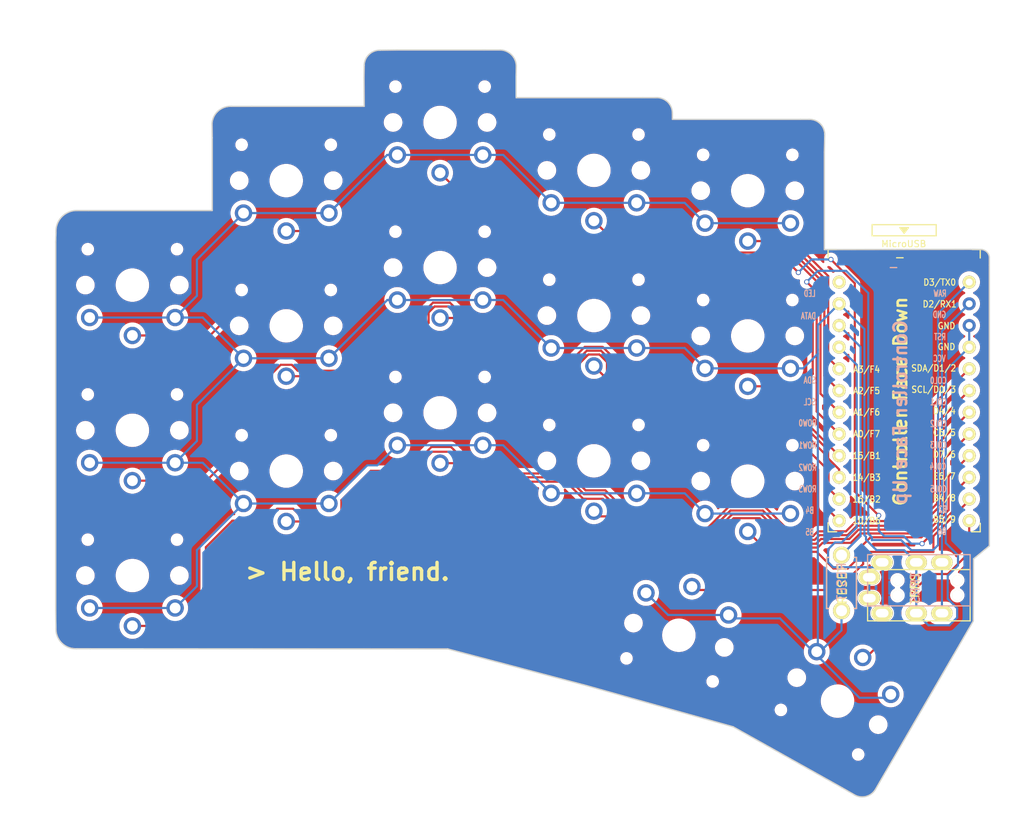
<source format=kicad_pcb>
(kicad_pcb (version 20241229) (generator "pcbnew") (generator_version "9.0")
  (title_block (title "Ferris_Sweep_Compact") (date "2020-09-03") (rev "0.1") (company "BroomLabs"))
  (layers (0 "F.Cu" signal) (2 "B.Cu" signal) (13 "F.Paste" user) (15 "B.Paste" user) (5 "F.SilkS" user) (7 "B.SilkS" user) (1 "F.Mask" user) (3 "B.Mask" user) (25 "Edge.Cuts" user))
  (net 0 "")
  (net 1 "row0")
  (net 2 "row1")
  (net 3 "row2")
  (net 4 "row3")
  (net 5 "GND")
  (net 6 "VCC")
  (net 7 "col0")
  (net 8 "col1")
  (net 9 "col2")
  (net 10 "col3")
  (net 11 "col4")
  (net 12 "col5")
  (net 13 "LED")
  (net 14 "data")
  (net 15 "reset")
  (net 16 "SCL")
  (net 17 "SDA")
  (net 18 "Net-(U1-Pad24)")
  (net 19 "Net-(J1-PadA)")
  (net 20 "Net-(U1-Pad14)")
  (net 21 "Net-(U1-Pad13)")
  (net 22 "Net-(U1-Pad12)")
  (net 23 "Net-(U1-Pad11)")
  (footprint "Kailh:SW_PG1350_reversible_b2" (layer "F.Cu") (at 44 42.77)
    (property "Reference" "SW2" (hide yes))
    (property "Value" "SW_PUSH" (hide yes))
  )
  (footprint "Kailh:SW_PG1350_reversible_b2" (layer "F.Cu") (at 62 30.54)
    (property "Reference" "SW3" (hide yes))
    (property "Value" "SW_PUSH" (hide yes))
  )
  (footprint "Kailh:SW_PG1350_reversible_b2" (layer "F.Cu") (at 80 23.73)
    (property "Reference" "SW4" (hide yes))
    (property "Value" "SW_PUSH" (hide yes))
  )
  (footprint "Kailh:SW_PG1350_reversible_b2" (layer "F.Cu") (at 98 29.34)
    (property "Reference" "SW5" (hide yes))
    (property "Value" "SW_PUSH" (hide yes))
  )
  (footprint "Kailh:SW_PG1350_reversible_b2" (layer "F.Cu") (at 116 31.72)
    (property "Reference" "SW6" (hide yes))
    (property "Value" "SW_PUSH" (hide yes))
  )
  (footprint "Kailh:SW_PG1350_reversible_b2" (layer "F.Cu") (at 44 59.77)
    (property "Reference" "SW8" (hide yes))
    (property "Value" "SW_PUSH" (hide yes))
  )
  (footprint "Kailh:SW_PG1350_reversible_b2" (layer "F.Cu") (at 62 47.54)
    (property "Reference" "SW9" (hide yes))
    (property "Value" "SW_PUSH" (hide yes))
  )
  (footprint "Kailh:SW_PG1350_reversible_b2" (layer "F.Cu") (at 80 40.72)
    (property "Reference" "SW10" (hide yes))
    (property "Value" "SW_PUSH" (hide yes))
  )
  (footprint "Kailh:SW_PG1350_reversible_b2" (layer "F.Cu") (at 98 46.34)
    (property "Reference" "SW11" (hide yes))
    (property "Value" "SW_PUSH" (hide yes))
  )
  (footprint "Kailh:SW_PG1350_reversible_b2" (layer "F.Cu") (at 116 48.72)
    (property "Reference" "SW12" (hide yes))
    (property "Value" "SW_PUSH" (hide yes))
  )
  (footprint "Kailh:SW_PG1350_reversible_b2" (layer "F.Cu") (at 44 76.775)
    (property "Reference" "SW14" (hide yes))
    (property "Value" "SW_PUSH" (hide yes))
  )
  (footprint "Kailh:SW_PG1350_reversible_b2" (layer "F.Cu") (at 62 64.545)
    (property "Reference" "SW15" (hide yes))
    (property "Value" "SW_PUSH" (hide yes))
  )
  (footprint "Kailh:SW_PG1350_reversible_b2" (layer "F.Cu") (at 80 57.72)
    (property "Reference" "SW16" (hide yes))
    (property "Value" "SW_PUSH" (hide yes))
  )
  (footprint "Kailh:SW_PG1350_reversible_b2" (layer "F.Cu") (at 98 63.345)
    (property "Reference" "SW17" (hide yes))
    (property "Value" "SW_PUSH" (hide yes))
  )
  (footprint "Kailh:SW_PG1350_reversible_b2" (layer "F.Cu") (at 116 65.72)
    (property "Reference" "SW18" (hide yes))
    (property "Value" "SW_PUSH" (hide yes))
  )
  (footprint "kbd:ProMicro_v3" (layer "F.Cu") (at 134.3 56.9)
    (property "Reference" "U1" (hide yes))
    (property "Value" "ProMicro" (hide yes))
  )
  (footprint "foostan:ResetSW" (layer "F.Cu") (at 126.97 77.64 90)
    (property "Reference" "RSW1" (hide yes))
    (property "Value" "Val**")
  )
  (footprint "kbd:MJ-4PP-9" (layer "F.Cu") (at 142.02 79.08 -90)
    (property "Reference" "J1")
    (property "Value" "MJ-4PP-9" (hide yes))
  )
  (footprint "Kailh:SW_PG1350_reversible_b2" (layer "B.Cu") (at 107.94 83.77 -15)
    (property "Reference" "SW20" (hide yes))
    (property "Value" "SW_PUSH" (hide yes))
  )
  (footprint "Kailh:SW_PG1350_reversible_b2" (layer "B.Cu") (at 126.5 91.48 -30)
    (property "Reference" "SW21" (hide yes))
    (property "Value" "SW_PUSH" (hide yes))
  )
  (gr_line (start 35.0266 37.6936) (end 35.0266 80.899) (stroke (width 0.15)) (layer "Edge.Cuts"))
  (gr_line (start 131.445 100.9396) (end 130.933006 101.824182) (stroke (width 0.15)) (layer "Edge.Cuts"))
  (gr_line (start 128.5494 102.489) (end 127 101.6) (stroke (width 0.15)) (layer "Edge.Cuts"))
  (gr_line (start 144.272 40.4368) (end 144.272 39.4716) (stroke (width 0.15)) (layer "Edge.Cuts"))
  (gr_line (start 142.0368 38.5826) (end 143.165039 38.600668) (stroke (width 0.15)) (layer "Edge.Cuts"))
  (gr_line (start 107.188 23.368) (end 107.187471 22.650483) (stroke (width 0.15)) (layer "Edge.Cuts"))
  (gr_line (start 103.7336 20.828) (end 105.2068 20.828) (stroke (width 0.15)) (layer "Edge.Cuts"))
  (gr_line (start 88.9 18.1864) (end 88.922598 17.169656) (stroke (width 0.15)) (layer "Edge.Cuts"))
  (gr_line (start 85.1408 15.24) (end 87.0458 15.24) (stroke (width 0.15)) (layer "Edge.Cuts"))
  (gr_line (start 72.9742 15.2654) (end 75.0062 15.24) (stroke (width 0.15)) (layer "Edge.Cuts"))
  (gr_line (start 71.120493 17.044786) (end 71.0946 18.4912) (stroke (width 0.15)) (layer "Edge.Cuts"))
  (gr_line (start 53.34 25.527) (end 53.312529 23.918251) (stroke (width 0.15)) (layer "Edge.Cuts"))
  (gr_line (start 55.6006 21.844) (end 57.9628 21.844) (stroke (width 0.15)) (layer "Edge.Cuts"))
  (gr_line (start 37.5158 34.036) (end 38.862 34.036) (stroke (width 0.15)) (layer "Edge.Cuts"))
  (gr_line (start 37.469376 85.342826) (end 39.0652 85.344) (stroke (width 0.15)) (layer "Edge.Cuts"))
  (gr_line (start 35.0266 80.899) (end 35.052 82.9564) (stroke (width 0.15)) (layer "Edge.Cuts"))
  (gr_line (start 97.1296 89.662) (end 80.899 85.3694) (stroke (width 0.15)) (layer "Edge.Cuts"))
  (gr_line (start 35.0266 37.6936) (end 35.054813 36.594183) (stroke (width 0.15)) (layer "Edge.Cuts"))
  (gr_line (start 142.4178 74.8284) (end 144.272 73.3044) (stroke (width 0.15)) (layer "Edge.Cuts"))
  (gr_line (start 142.4178 74.8284) (end 142.3924 82.0928) (stroke (width 0.15)) (layer "Edge.Cuts"))
  (gr_line (start 125.005479 25.086368) (end 124.968 27.2034) (stroke (width 0.15)) (layer "Edge.Cuts"))
  (gr_line (start 123.1646 23.368) (end 122.1486 23.368) (stroke (width 0.15)) (layer "Edge.Cuts"))
  (gr_line (start 88.9 20.828) (end 88.9 18.1864) (stroke (width 0.15)) (layer "Edge.Cuts"))
  (gr_line (start 39.0652 85.344) (end 80.899 85.3694) (stroke (width 0.15)) (layer "Edge.Cuts"))
  (gr_arc (start 105.2068 20.828) (mid 106.59697 21.304702) (end 107.187471 22.650483) (stroke (width 0.15)) (layer "Edge.Cuts"))
  (gr_arc (start 53.312529 23.918251) (mid 54.021019 22.400683) (end 55.6006 21.844) (stroke (width 0.15)) (layer "Edge.Cuts"))
  (gr_line (start 53.34 25.527) (end 53.34 34.036) (stroke (width 0.15)) (layer "Edge.Cuts"))
  (gr_arc (start 71.120493 17.044786) (mid 71.682241 15.774738) (end 72.9742 15.2654) (stroke (width 0.15)) (layer "Edge.Cuts"))
  (gr_arc (start 37.469376 85.342826) (mid 35.738675 84.678396) (end 35.052 82.9564) (stroke (width 0.15)) (layer "Edge.Cuts"))
  (gr_line (start 97.1296 89.662) (end 114.3 94.488) (stroke (width 0.15)) (layer "Edge.Cuts"))
  (gr_line (start 103.7336 20.828) (end 88.9 20.828) (stroke (width 0.15)) (layer "Edge.Cuts"))
  (gr_arc (start 143.165039 38.600668) (mid 143.89126 38.81658) (end 144.272 39.4716) (stroke (width 0.15)) (layer "Edge.Cuts"))
  (gr_line (start 53.34 34.036) (end 38.862 34.036) (stroke (width 0.15)) (layer "Edge.Cuts"))
  (gr_line (start 124.968 38.608) (end 124.968 27.2034) (stroke (width 0.15)) (layer "Edge.Cuts"))
  (gr_line (start 71.0946 18.4912) (end 71.12 21.844) (stroke (width 0.15)) (layer "Edge.Cuts"))
  (gr_line (start 142.0368 38.5826) (end 124.968 38.608) (stroke (width 0.15)) (layer "Edge.Cuts"))
  (gr_line (start 144.272 73.3044) (end 144.272 40.4368) (stroke (width 0.15)) (layer "Edge.Cuts"))
  (gr_line (start 122.1486 23.368) (end 107.188 23.368) (stroke (width 0.15)) (layer "Edge.Cuts"))
  (gr_arc (start 123.1646 23.368) (mid 124.444144 23.842478) (end 125.005479 25.086368) (stroke (width 0.15)) (layer "Edge.Cuts"))
  (gr_line (start 131.445 100.9396) (end 142.3924 82.0928) (stroke (width 0.15)) (layer "Edge.Cuts"))
  (gr_arc (start 87.0458 15.24) (mid 88.376019 15.823741) (end 88.922598 17.169656) (stroke (width 0.15)) (layer "Edge.Cuts"))
  (gr_line (start 85.1408 15.24) (end 75.0062 15.24) (stroke (width 0.15)) (layer "Edge.Cuts"))
  (gr_line (start 71.12 21.844) (end 57.9628 21.844) (stroke (width 0.15)) (layer "Edge.Cuts"))
  (gr_arc (start 35.054813 36.594183) (mid 35.733037 34.783805) (end 37.5158 34.036) (stroke (width 0.15)) (layer "Edge.Cuts"))
  (gr_arc (start 130.933006 101.824182) (mid 129.872915 102.628825) (end 128.5494 102.489) (stroke (width 0.15)) (layer "Edge.Cuts"))
  (gr_line (start 114.3 94.488) (end 127 101.6) (stroke (width 0.15)) (layer "Edge.Cuts"))
  (gr_text "> Hello, friend." (at 57 77.5 0) (layer "F.SilkS") (effects (font (size 2 2) (thickness 0.4) (bold yes)) (justify left bottom)))
  (gr_text "Controller Face Down" (at 133.858 56.388 90) (layer "F.SilkS") (effects (font (size 1.5 1.5) (thickness 0.3))))
  (gr_text "Controller Face Up" (at 133.858 57.658 90) (layer "B.SilkS") (effects (font (size 1.5 1.5) (thickness 0.3)) (justify mirror)))
  (segment (start 138.599982 60.973418) (end 141.9114 57.662) (width 0.25) (layer "F.Cu") (net 1))
  (segment (start 80 63.62) (end 81.90518 63.62) (width 0.25) (layer "F.Cu") (net 1))
  (segment (start 128.963579 71.400011) (end 135.7364 71.400011) (width 0.25) (layer "F.Cu") (net 1))
  (segment (start 124.563589 72.5) (end 127.86359 72.5) (width 0.25) (layer "F.Cu") (net 1))
  (segment (start 111.643515 72.133987) (end 114.1648 69.612702) (width 0.25) (layer "F.Cu") (net 1))
  (segment (start 108.987233 72.133987) (end 111.643515 72.133987) (width 0.25) (layer "F.Cu") (net 1))
  (segment (start 83.909962 65.786) (end 94.73918 65.786) (width 0.25) (layer "F.Cu") (net 1))
  (segment (start 81.90518 63.62) (end 83.48398 65.1988) (width 0.25) (layer "F.Cu") (net 1))
  (segment (start 117.57827 69.612702) (end 121.01559 73.050022) (width 0.25) (layer "F.Cu") (net 1))
  (segment (start 114.1648 69.612702) (end 117.57827 69.612702) (width 0.25) (layer "F.Cu") (net 1))
  (segment (start 127.86359 72.5) (end 128.963579 71.400011) (width 0.25) (layer "F.Cu") (net 1))
  (segment (start 135.7364 71.400011) (end 138.599982 68.536429) (width 0.25) (layer "F.Cu") (net 1))
  (segment (start 96.741861 67.788681) (end 99.034703 67.788681) (width 0.25) (layer "F.Cu") (net 1))
  (segment (start 83.48398 65.1988) (end 83.483981 65.360019) (width 0.25) (layer "F.Cu") (net 1))
  (segment (start 138.599982 68.536429) (end 138.599982 60.973418) (width 0.25) (layer "F.Cu") (net 1))
  (segment (start 99.034703 67.788681) (end 101.475011 70.228989) (width 0.25) (layer "F.Cu") (net 1))
  (segment (start 94.73918 65.786) (end 96.741861 67.788681) (width 0.25) (layer "F.Cu") (net 1))
  (segment (start 107.082235 70.228989) (end 108.987233 72.133987) (width 0.25) (layer "F.Cu") (net 1))
  (segment (start 83.483981 65.360019) (end 83.909962 65.786) (width 0.25) (layer "F.Cu") (net 1))
  (segment (start 124.013567 73.050022) (end 124.563589 72.5) (width 0.25) (layer "F.Cu") (net 1))
  (segment (start 121.01559 73.050022) (end 124.013567 73.050022) (width 0.25) (layer "F.Cu") (net 1))
  (segment (start 101.475011 70.228989) (end 107.082235 70.228989) (width 0.25) (layer "F.Cu") (net 1))
  (segment (start 139.049992 63.063408) (end 141.9114 60.202) (width 0.25) (layer "F.Cu") (net 2))
  (segment (start 114.3512 70.062712) (end 117.39187 70.062712) (width 0.25) (layer "F.Cu") (net 2))
  (segment (start 121.317965 73.500031) (end 121.317967 73.500033) (width 0.25) (layer "F.Cu") (net 2))
  (segment (start 124.199967 73.500033) (end 124.749989 72.950011) (width 0.25) (layer "F.Cu") (net 2))
  (segment (start 139.049992 68.927188) (end 139.049992 63.063408) (width 0.25) (layer "F.Cu") (net 2))
  (segment (start 117.39187 70.062712) (end 120.829189 73.500031) (width 0.25) (layer "F.Cu") (net 2))
  (segment (start 136.127158 71.850022) (end 139.049992 68.927188) (width 0.25) (layer "F.Cu") (net 2))
  (segment (start 100.076 69.85) (end 100.459612 69.85) (width 0.25) (layer "F.Cu") (net 2))
  (segment (start 113.034956 71.632956) (end 113.034956 71.378956) (width 0.25) (layer "F.Cu") (net 2))
  (segment (start 100.459612 69.85) (end 101.288611 70.678999) (width 0.25) (layer "F.Cu") (net 2))
  (segment (start 121.317967 73.500033) (end 124.199967 73.500033) (width 0.25) (layer "F.Cu") (net 2))
  (segment (start 113.034956 71.378956) (end 114.3512 70.062712) (width 0.25) (layer "F.Cu") (net 2))
  (segment (start 128.04999 72.950011) (end 129.149979 71.850022) (width 0.25) (layer "F.Cu") (net 2))
  (segment (start 100.459612 69.85) (end 98.605 69.85) (width 0.25) (layer "F.Cu") (net 2))
  (segment (start 106.895835 70.678999) (end 108.92303 72.706194) (width 0.25) (layer "F.Cu") (net 2))
  (segment (start 101.288611 70.678999) (end 106.895835 70.678999) (width 0.25) (layer "F.Cu") (net 2))
  (segment (start 98.605 69.85) (end 98 69.245) (width 0.25) (layer "F.Cu") (net 2))
  (segment (start 129.149979 71.850022) (end 136.127158 71.850022) (width 0.25) (layer "F.Cu") (net 2))
  (segment (start 120.829189 73.500031) (end 121.317965 73.500031) (width 0.25) (layer "F.Cu") (net 2))
  (segment (start 98 69.400011) (end 98.155011 69.400011) (width 0.25) (layer "F.Cu") (net 2))
  (segment (start 108.92303 72.706194) (end 111.961718 72.706194) (width 0.25) (layer "F.Cu") (net 2))
  (segment (start 111.961718 72.706194) (end 113.034956 71.632956) (width 0.25) (layer "F.Cu") (net 2))
  (segment (start 124.749989 72.950011) (end 128.04999 72.950011) (width 0.25) (layer "F.Cu") (net 2))
  (segment (start 124.072819 73.999999) (end 126.022817 75.949997) (width 0.25) (layer "F.Cu") (net 3))
  (segment (start 116 71.62) (end 118.379999 73.999999) (width 0.25) (layer "F.Cu") (net 3))
  (segment (start 128.599987 75.050011) (end 128.599987 74.063602) (width 0.25) (layer "F.Cu") (net 3))
  (segment (start 139.500003 69.113587) (end 139.500003 65.153397) (width 0.25) (layer "F.Cu") (net 3))
  (segment (start 126.022817 75.949997) (end 127.699999 75.949997) (width 0.25) (layer "F.Cu") (net 3))
  (segment (start 118.379999 73.999999) (end 124.072819 73.999999) (width 0.25) (layer "F.Cu") (net 3))
  (segment (start 127.699999 75.949997) (end 128.599987 75.050011) (width 0.25) (layer "F.Cu") (net 3))
  (segment (start 136.313557 72.300033) (end 139.500003 69.113587) (width 0.25) (layer "F.Cu") (net 3))
  (segment (start 128.599987 74.063602) (end 130.363556 72.300033) (width 0.25) (layer "F.Cu") (net 3))
  (segment (start 139.500003 65.153397) (end 141.9114 62.742) (width 0.25) (layer "F.Cu") (net 3))
  (segment (start 130.363556 72.300033) (end 136.313557 72.300033) (width 0.25) (layer "F.Cu") (net 3))
  (segment (start 137.27199 72.17001) (end 137.27199 71.97801) (width 0.25) (layer "F.Cu") (net 4))
  (segment (start 139.950014 67.243386) (end 139.950014 69.230014) (width 0.25) (layer "F.Cu") (net 4))
  (segment (start 141.9114 65.282) (end 139.950014 67.243386) (width 0.25) (layer "F.Cu") (net 4))
  (segment (start 128.524 42.564) (end 128.524 66.948) (width 0.25) (layer "F.Cu") (net 4))
  (segment (start 90.54999 35.722808) (end 93.01721 38.19003) (width 0.25) (layer "F.Cu") (net 4))
  (segment (start 109.93959 39.81241) (end 113.198498 39.81241) (width 0.25) (layer "F.Cu") (net 4))
  (segment (start 88.50602 32.88002) (end 90.17 34.544) (width 0.25) (layer "F.Cu") (net 4))
  (segment (start 93.01721 38.19003) (end 101.90603 38.19003) (width 0.25) (layer "F.Cu") (net 4))
  (segment (start 136.398 73.044) (end 137.27199 72.17001) (width 0.25) (layer "F.Cu") (net 4))
  (segment (start 113.198498 39.81241) (end 113.528045 40.141955) (width 0.25) (layer "F.Cu") (net 4))
  (segment (start 117.554202 40.311028) (end 117.9072 39.95803) (width 0.25) (layer "F.Cu") (net 4))
  (segment (start 113.697117 40.311029) (end 117.554202 40.311028) (width 0.25) (layer "F.Cu") (net 4))
  (segment (start 67.946401 36.890009) (end 70.8864 33.95001) (width 0.25) (layer "F.Cu") (net 4))
  (segment (start 128.524 66.948) (end 131.318 69.742) (width 0.25) (layer "F.Cu") (net 4))
  (segment (start 101.962 38.246) (end 108.37318 38.246) (width 0.25) (layer "F.Cu") (net 4))
  (segment (start 53.076 48.67) (end 64.85599 36.89001) (width 0.25) (layer "F.Cu") (net 4))
  (segment (start 44 48.67) (end 53.076 48.67) (width 0.25) (layer "F.Cu") (net 4))
  (segment (start 90.17 34.544) (end 90.17118 34.544) (width 0.25) (layer "F.Cu") (net 4))
  (segment (start 90.54999 34.92281) (end 90.54999 35.722808) (width 0.25) (layer "F.Cu") (net 4))
  (segment (start 81.75639 32.88002) (end 88.50602 32.88002) (width 0.25) (layer "F.Cu") (net 4))
  (segment (start 70.8864 33.95001) (end 80.686401 33.950009) (width 0.25) (layer "F.Cu") (net 4))
  (segment (start 90.17118 34.544) (end 90.54999 34.92281) (width 0.25) (layer "F.Cu") (net 4))
  (segment (start 120.58403 39.95803) (end 121.92 41.294) (width 0.25) (layer "F.Cu") (net 4))
  (segment (start 113.528045 40.141955) (end 113.697117 40.311029) (width 0.25) (layer "F.Cu") (net 4))
  (segment (start 117.9072 39.95803) (end 120.58403 39.95803) (width 0.25) (layer "F.Cu") (net 4))
  (segment (start 108.37318 38.246) (end 109.93959 39.81241) (width 0.25) (layer "F.Cu") (net 4))
  (segment (start 139.950014 69.230014) (end 139.950014 69.299987) (width 0.25) (layer "F.Cu") (net 4))
  (segment (start 139.950014 69.299986) (end 139.950014 69.230014) (width 0.25) (layer "F.Cu") (net 4))
  (segment (start 137.27199 71.97801) (end 139.950014 69.299986) (width 0.25) (layer "F.Cu") (net 4))
  (segment (start 101.90603 38.19003) (end 101.962 38.246) (width 0.25) (layer "F.Cu") (net 4))
  (segment (start 80.686401 33.950009) (end 81.75639 32.88002) (width 0.25) (layer "F.Cu") (net 4))
  (segment (start 64.85599 36.89001) (end 67.946401 36.890009) (width 0.25) (layer "F.Cu") (net 4))
  (segment (start 125.73 39.77) (end 128.524 42.564) (width 0.25) (layer "F.Cu") (net 4))
  (via (at 125.73 39.77) (size 0.6) (drill 0.4) (layers "F.Cu" "B.Cu") (net 4))
  (via (at 136.398 73.044) (size 0.6) (drill 0.4) (layers "F.Cu" "B.Cu") (net 4))
  (via (at 131.318 69.742) (size 0.6) (drill 0.4) (layers "F.Cu" "B.Cu") (net 4))
  (via (at 121.92 41.294) (size 0.6) (drill 0.4) (layers "F.Cu" "B.Cu") (net 4))
  (segment (start 135.128 73.044) (end 136.398 73.044) (width 0.25) (layer "B.Cu") (net 4))
  (segment (start 134.25799 72.17399) (end 135.128 73.044) (width 0.25) (layer "B.Cu") (net 4))
  (segment (start 124.206 39.77) (end 125.73 39.77) (width 0.25) (layer "B.Cu") (net 4))
  (segment (start 131.318 71.52) (end 131.97199 72.17399) (width 0.25) (layer "B.Cu") (net 4))
  (segment (start 123.444 39.77) (end 121.92 41.294) (width 0.25) (layer "B.Cu") (net 4))
  (segment (start 124.206 39.77) (end 123.444 39.77) (width 0.25) (layer "B.Cu") (net 4))
  (segment (start 131.97199 72.17399) (end 134.25799 72.17399) (width 0.25) (layer "B.Cu") (net 4))
  (segment (start 131.318 69.742) (end 131.318 71.52) (width 0.25) (layer "B.Cu") (net 4))
  (segment (start 57 51.345) (end 51.55 56.795) (width 0.25) (layer "B.Cu") (net 5))
  (segment (start 51.55 61.025) (end 49 63.575) (width 0.25) (layer "B.Cu") (net 5))
  (segment (start 51.55 56.795) (end 51.55 61.025) (width 0.25) (layer "B.Cu") (net 5))
  (segment (start 57 34.345) (end 51.55 39.795) (width 0.25) (layer "B.Cu") (net 5))
  (segment (start 51.55 39.795) (end 51.55 44.025) (width 0.25) (layer "B.Cu") (net 5))
  (segment (start 51.55 44.025) (end 49 46.575) (width 0.25) (layer "B.Cu") (net 5))
  (segment (start 93 50.14) (end 103 50.14) (width 0.25) (layer "B.Cu") (net 5))
  (segment (start 93 67.145) (end 103 67.145) (width 0.25) (layer "B.Cu") (net 5))
  (segment (start 72.65 63.87) (end 75 61.52) (width 0.25) (layer "B.Cu") (net 5))
  (segment (start 129.069873 91.089103) (end 132.730127 91.089103) (width 0.25) (layer "B.Cu") (net 5))
  (segment (start 124.069873 86.089103) (end 129.069873 91.089103) (width 0.25) (layer "B.Cu") (net 5))
  (segment (start 67 34.34) (end 73.81 27.53) (width 0.25) (layer "B.Cu") (net 5))
  (segment (start 111 35.52) (end 121 35.52) (width 0.25) (layer "B.Cu") (net 5))
  (segment (start 124.2 85.958976) (end 124.069873 86.089103) (width 0.25) (layer "B.Cu") (net 5))
  (segment (start 124.2 47.4534) (end 124.2 50.3) (width 0.25) (layer "B.Cu") (net 5))
  (segment (start 39 46.57) (end 49 46.57) (width 0.25) (layer "B.Cu") (net 5))
  (segment (start 85 27.53) (end 87.39 27.53) (width 0.25) (layer "B.Cu") (net 5))
  (segment (start 119.774347 81.793577) (end 124.069873 86.089103) (width 0.25) (layer "B.Cu") (net 5))
  (segment (start 139.2 52.7534) (end 139.2 58.4) (width 0.25) (layer "B.Cu") (net 5))
  (segment (start 103 67.145) (end 108.625 67.145) (width 0.25) (layer "B.Cu") (net 5))
  (segment (start 140.5 80.6) (end 140.5 81.7) (width 0.25) (layer "B.Cu") (net 5))
  (segment (start 75 61.52) (end 85 61.52) (width 0.25) (layer "B.Cu") (net 5))
  (segment (start 87.375 61.52) (end 93 67.145) (width 0.25) (layer "B.Cu") (net 5))
  (segment (start 108.62 50.14) (end 111 52.52) (width 0.25) (layer "B.Cu") (net 5))
  (segment (start 141.9114 50.042) (end 139.2 52.7534) (width 0.25) (layer "B.Cu") (net 5))
  (segment (start 71.475 63.87) (end 67 68.345) (width 0.25) (layer "B.Cu") (net 5))
  (segment (start 126.6914 44.962) (end 124.2 47.4534) (width 0.25) (layer "B.Cu") (net 5))
  (segment (start 111 69.52) (end 121 69.52) (width 0.25) (layer "B.Cu") (net 5))
  (segment (start 57 68.345) (end 51.55 73.795) (width 0.25) (layer "B.Cu") (net 5))
  (segment (start 73.82 44.52) (end 75 44.52) (width 0.25) (layer "B.Cu") (net 5))
  (segment (start 39 80.575) (end 49 80.575) (width 0.25) (layer "B.Cu") (net 5))
  (segment (start 126.6914 44.962) (end 129.65001 47.92061) (width 0.25) (layer "B.Cu") (net 5))
  (segment (start 51.55 73.795) (end 51.55 78.025) (width 0.25) (layer "B.Cu") (net 5))
  (segment (start 129.838 72.58) (end 131.064 73.806) (width 0.25) (layer "B.Cu") (net 5))
  (segment (start 52.225 63.57) (end 57 68.345) (width 0.25) (layer "B.Cu") (net 5))
  (segment (start 131.064 73.806) (end 134.296 73.806) (width 0.25) (layer "B.Cu") (net 5))
  (segment (start 139.2 58.4) (end 139.17001 58.42999) (width 0.25) (layer "B.Cu") (net 5))
  (segment (start 57 51.34) (end 67 51.34) (width 0.25) (layer "B.Cu") (net 5))
  (segment (start 93 33.14) (end 103 33.14) (width 0.25) (layer "B.Cu") (net 5))
  (segment (start 141.9114 47.502) (end 141.9114 50.042) (width 0.25) (layer "B.Cu") (net 5))
  (segment (start 103 33.14) (end 108.62 33.14) (width 0.25) (layer "B.Cu") (net 5))
  (segment (start 85 44.52) (end 87.38 44.52) (width 0.25) (layer "B.Cu") (net 5))
  (segment (start 129.838 72.238) (end 129.838 72.58) (width 0.25) (layer "B.Cu") (net 5))
  (segment (start 73.81 27.53) (end 75 27.53) (width 0.25) (layer "B.Cu") (net 5))
  (segment (start 139.4 79.5) (end 140.5 80.6) (width 0.25) (layer "B.Cu") (net 5))
  (segment (start 57 68.345) (end 67 68.345) (width 0.25) (layer "B.Cu") (net 5))
  (segment (start 140.6 75.6) (end 139.4 76.8) (width 0.25) (layer "B.Cu") (net 5))
  (segment (start 134.296 73.806) (end 135.72 75.23) (width 0.25) (layer "B.Cu") (net 5))
  (segment (start 111 52.52) (end 121 52.52) (width 0.25) (layer "B.Cu") (net 5))
  (segment (start 124.2 50.806) (end 124.2 67.4) (width 0.25) (layer "B.Cu") (net 5))
  (segment (start 139.17001 72.97001) (end 140.6 74.4) (width 0.25) (layer "B.Cu") (net 5))
  (segment (start 139.17001 58.42999) (end 139.17001 72.97001) (width 0.25) (layer "B.Cu") (net 5))
  (segment (start 124.2 67.4) (end 124.2 85.958976) (width 0.25) (layer "B.Cu") (net 5))
  (segment (start 126.97 80.89) (end 126.97 83.188976) (width 0.25) (layer "B.Cu") (net 5))
  (segment (start 129.65001 47.92061) (end 129.65001 72.05001) (width 0.25) (layer "B.Cu") (net 5))
  (segment (start 113.753142 81.793577) (end 119.774347 81.793577) (width 0.25) (layer "B.Cu") (net 5))
  (segment (start 124.2 50.42) (end 124.2 50.3) (width 0.25) (layer "B.Cu") (net 5))
  (segment (start 75 27.53) (end 85 27.53) (width 0.25) (layer "B.Cu") (net 5))
  (segment (start 139.6 82.6) (end 137.14 82.6) (width 0.25) (layer "B.Cu") (net 5))
  (segment (start 140.6 74.4) (end 140.6 75.6) (width 0.25) (layer "B.Cu") (net 5))
  (segment (start 140.5 81.7) (end 139.6 82.6) (width 0.25) (layer "B.Cu") (net 5))
  (segment (start 122.486 52.52) (end 124.2 50.806) (width 0.25) (layer "B.Cu") (net 5))
  (segment (start 85 61.52) (end 87.375 61.52) (width 0.25) (layer "B.Cu") (net 5))
  (segment (start 135.72 81.18) (end 135.72 75.23) (width 0.25) (layer "B.Cu") (net 5))
  (segment (start 52.23 46.57) (end 57 51.34) (width 0.25) (layer "B.Cu") (net 5))
  (segment (start 139.4 76.8) (end 139.4 79.5) (width 0.25) (layer "B.Cu") (net 5))
  (segment (start 75 44.52) (end 85 44.52) (width 0.25) (layer "B.Cu") (net 5))
  (segment (start 137.14 82.6) (end 135.72 81.18) (width 0.25) (layer "B.Cu") (net 5))
  (segment (start 49 63.57) (end 52.225 63.57) (width 0.25) (layer "B.Cu") (net 5))
  (segment (start 124.2 50.3) (end 124.2 50.806) (width 0.25) (layer "B.Cu") (net 5))
  (segment (start 104.093883 78.805387) (end 106.682073 81.393577) (width 0.25) (layer "B.Cu") (net 5))
  (segment (start 121 52.52) (end 122.486 52.52) (width 0.25) (layer "B.Cu") (net 5))
  (segment (start 106.682073 81.393577) (end 113.753142 81.393577) (width 0.25) (layer "B.Cu") (net 5))
  (segment (start 71.46 29.88) (end 67 34.34) (width 0.25) (layer "B.Cu") (net 5))
  (segment (start 87.39 27.53) (end 93 33.14) (width 0.25) (layer "B.Cu") (net 5))
  (segment (start 126.97 83.188976) (end 124.069873 86.089103) (width 0.25) (layer "B.Cu") (net 5))
  (segment (start 108.625 67.145) (end 111 69.52) (width 0.25) (layer "B.Cu") (net 5))
  (segment (start 49 46.57) (end 52.23 46.57) (width 0.25) (layer "B.Cu") (net 5))
  (segment (start 67 51.34) (end 73.82 44.52) (width 0.25) (layer "B.Cu") (net 5))
  (segment (start 129.65001 72.05001) (end 129.838 72.238) (width 0.25) (layer "B.Cu") (net 5))
  (segment (start 124.1 86.058976) (end 124.069873 86.089103) (width 0.25) (layer "B.Cu") (net 5))
  (segment (start 108.62 33.14) (end 111 35.52) (width 0.25) (layer "B.Cu") (net 5))
  (segment (start 71.475 63.87) (end 72.65 63.87) (width 0.25) (layer "B.Cu") (net 5))
  (segment (start 39 63.57) (end 49 63.57) (width 0.25) (layer "B.Cu") (net 5))
  (segment (start 51.55 78.025) (end 49 80.575) (width 0.25) (layer "B.Cu") (net 5))
  (segment (start 103 50.14) (end 108.62 50.14) (width 0.25) (layer "B.Cu") (net 5))
  (segment (start 71.47 46.87) (end 67 51.34) (width 0.25) (layer "B.Cu") (net 5))
  (segment (start 87.38 44.52) (end 93 50.14) (width 0.25) (layer "B.Cu") (net 5))
  (segment (start 57 34.34) (end 67 34.34) (width 0.25) (layer "B.Cu") (net 5))
  (segment (start 131.79501 75.30501) (end 131.79501 81.10499) (width 0.25) (layer "B.Cu") (net 6))
  (segment (start 125.4 73.7) (end 126.2 72.9) (width 0.25) (layer "B.Cu") (net 6))
  (segment (start 126.2 72.9) (end 127 72.9) (width 0.25) (layer "B.Cu") (net 6))
  (segment (start 127 72.9) (end 128.74999 71.15001) (width 0.25) (layer "B.Cu") (net 6))
  (segment (start 126 75.8) (end 125.4 75.2) (width 0.25) (layer "B.Cu") (net 6))
  (segment (start 128.74999 71.15001) (end 128.74999 52.10059) (width 0.25) (layer "B.Cu") (net 6))
  (segment (start 131.72 75.23) (end 131.79501 75.30501) (width 0.25) (layer "B.Cu") (net 6))
  (segment (start 131.15 75.8) (end 126 75.8) (width 0.25) (layer "B.Cu") (net 6))
  (segment (start 131.79501 81.10499) (end 131.72 81.18) (width 0.25) (layer "B.Cu") (net 6))
  (segment (start 128.74999 52.10059) (end 126.6914 50.042) (width 0.25) (layer "B.Cu") (net 6))
  (segment (start 131.79501 75.30501) (end 131.79501 76.493295) (width 0.25) (layer "B.Cu") (net 6))
  (segment (start 131.72 75.23) (end 131.15 75.8) (width 0.25) (layer "B.Cu") (net 6))
  (segment (start 125.4 75.2) (end 125.4 73.7) (width 0.25) (layer "B.Cu") (net 6))
  (segment (start 125.410874 51.301474) (end 126.6914 52.582) (width 0.25) (layer "F.Cu") (net 7))
  (segment (start 125.410874 41.710874) (end 125.410874 51.301474) (width 0.25) (layer "F.Cu") (net 7))
  (segment (start 122.495 38.795) (end 125.410874 41.710874) (width 0.25) (layer "F.Cu") (net 7))
  (segment (start 121.32 37.62) (end 122.495 38.795) (width 0.25) (layer "F.Cu") (net 7))
  (segment (start 116 37.62) (end 121.32 37.62) (width 0.25) (layer "F.Cu") (net 7))
  (segment (start 122.42 38.72) (end 122.495 38.795) (width 0.25) (layer "F.Cu") (net 7))
  (segment (start 114.815003 38.961001) (end 116.994999 38.961001) (width 0.25) (layer "F.Cu") (net 8))
  (segment (start 124.960865 41.960864) (end 124.960865 53.391465) (width 0.25) (layer "F.Cu") (net 8))
  (segment (start 116.994999 38.961001) (end 117.348 38.608) (width 0.25) (layer "F.Cu") (net 8))
  (segment (start 114.254001 38.399999) (end 114.815003 38.961001) (width 0.25) (layer "F.Cu") (net 8))
  (segment (start 98 35.24) (end 99.578 36.818) (width 0.25) (layer "F.Cu") (net 8))
  (segment (start 117.348 38.608) (end 121.608001 38.608) (width 0.25) (layer "F.Cu") (net 8))
  (segment (start 99.578 36.818) (end 99.578 36.84) (width 0.25) (layer "F.Cu") (net 8))
  (segment (start 99.578 36.84) (end 108.87641 36.84) (width 0.25) (layer "F.Cu") (net 8))
  (segment (start 121.608001 38.608) (end 124.960865 41.960864) (width 0.25) (layer "F.Cu") (net 8))
  (segment (start 124.960865 53.391465) (end 126.6914 55.122) (width 0.25) (layer "F.Cu") (net 8))
  (segment (start 110.436409 38.399999) (end 114.254001 38.399999) (width 0.25) (layer "F.Cu") (net 8))
  (segment (start 108.87641 36.84) (end 110.436409 38.399999) (width 0.25) (layer "F.Cu") (net 8))
  (segment (start 110.25001 38.85001) (end 114.067602 38.85001) (width 0.25) (layer "F.Cu") (net 9))
  (segment (start 91.5 34.6) (end 91.5 35.4) (width 0.25) (layer "F.Cu") (net 9))
  (segment (start 117.1814 39.41101) (end 117.5344 39.05801) (width 0.25) (layer "F.Cu") (net 9))
  (segment (start 91.5 35.4) (end 93.39001 37.29001) (width 0.25) (layer "F.Cu") (net 9))
  (segment (start 114.067602 38.85001) (end 114.628603 39.411011) (width 0.25) (layer "F.Cu") (net 9))
  (segment (start 121.4216 39.05801) (end 124.510854 42.147264) (width 0.25) (layer "F.Cu") (net 9))
  (segment (start 117.5344 39.05801) (end 121.4216 39.05801) (width 0.25) (layer "F.Cu") (net 9))
  (segment (start 88.88 31.98) (end 91.5 34.6) (width 0.25) (layer "F.Cu") (net 9))
  (segment (start 82.35 31.98) (end 88.88 31.98) (width 0.25) (layer "F.Cu") (net 9))
  (segment (start 114.628603 39.411011) (end 117.1814 39.41101) (width 0.25) (layer "F.Cu") (net 9))
  (segment (start 93.39001 37.29001) (end 108.69001 37.29001) (width 0.25) (layer "F.Cu") (net 9))
  (segment (start 124.510854 55.481454) (end 126.6914 57.662) (width 0.25) (layer "F.Cu") (net 9))
  (segment (start 80 29.63) (end 82.35 31.98) (width 0.25) (layer "F.Cu") (net 9))
  (segment (start 124.510854 42.147264) (end 124.510854 55.481454) (width 0.25) (layer "F.Cu") (net 9))
  (segment (start 108.69001 37.29001) (end 110.25001 38.85001) (width 0.25) (layer "F.Cu") (net 9))
  (segment (start 70.7 33.5) (end 80.5 33.5) (width 0.25) (layer "F.Cu") (net 10))
  (segment (start 91 34.73641) (end 91 35.53641) (width 0.25) (layer "F.Cu") (net 10))
  (segment (start 88.6936 32.43001) (end 91 34.73641) (width 0.25) (layer "F.Cu") (net 10))
  (segment (start 124.060844 42.333664) (end 124.060844 57.571444) (width 0.25) (layer "F.Cu") (net 10))
  (segment (start 108.50361 37.74002) (end 110.06361 39.30002) (width 0.25) (layer "F.Cu") (net 10))
  (segment (start 67.76 36.44) (end 70.7 33.5) (width 0.25) (layer "F.Cu") (net 10))
  (segment (start 121.2352 39.50802) (end 124.060844 42.333664) (width 0.25) (layer "F.Cu") (net 10))
  (segment (start 117.7208 39.50802) (end 121.2352 39.50802) (width 0.25) (layer "F.Cu") (net 10))
  (segment (start 113.883517 39.861019) (end 117.367801 39.861019) (width 0.25) (layer "F.Cu") (net 10))
  (segment (start 110.06361 39.30002) (end 113.322518 39.30002) (width 0.25) (layer "F.Cu") (net 10))
  (segment (start 62 36.44) (end 67.76 36.44) (width 0.25) (layer "F.Cu") (net 10))
  (segment (start 93.20361 37.74002) (end 108.50361 37.74002) (width 0.25) (layer "F.Cu") (net 10))
  (segment (start 113.322518 39.30002) (end 113.883517 39.861019) (width 0.25) (layer "F.Cu") (net 10))
  (segment (start 80.5 33.5) (end 81.56999 32.43001) (width 0.25) (layer "F.Cu") (net 10))
  (segment (start 117.367801 39.861019) (end 117.7208 39.50802) (width 0.25) (layer "F.Cu") (net 10))
  (segment (start 81.56999 32.43001) (end 88.6936 32.43001) (width 0.25) (layer "F.Cu") (net 10))
  (segment (start 124.060844 57.571444) (end 126.6914 60.202) (width 0.25) (layer "F.Cu") (net 10))
  (segment (start 91 35.53641) (end 93.20361 37.74002) (width 0.25) (layer "F.Cu") (net 10))
  (segment (start 100.500018 54.185982) (end 102.191982 54.185982) (width 0.25) (layer "F.Cu") (net 11))
  (segment (start 100.500018 51.482516) (end 100.500018 54.185982) (width 0.25) (layer "F.Cu") (net 11))
  (segment (start 81.150989 44.828989) (end 89.72198 53.39998) (width 0.25) (layer "F.Cu") (net 11))
  (segment (start 61.356319 52.098999) (end 62.643681 52.098999) (width 0.25) (layer "F.Cu") (net 11))
  (segment (start 93.53198 53.39998) (end 96.932979 49.998981) (width 0.25) (layer "F.Cu") (net 11))
  (segment (start 44 65.67) (end 52.669046 65.67) (width 0.25) (layer "F.Cu") (net 11))
  (segment (start 63.341001 52.796319) (end 72.425681 52.796319) (width 0.25) (layer "F.Cu") (net 11))
  (segment (start 125.0657 61.1163) (end 126.6914 62.742) (width 0.25) (layer "F.Cu") (net 11))
  (segment (start 60.1 53.355318) (end 61.356319 52.098999) (width 0.25) (layer "F.Cu") (net 11))
  (segment (start 60.1 58.239046) (end 60.1 53.355318) (width 0.25) (layer "F.Cu") (net 11))
  (segment (start 96.932979 49.998981) (end 99.016483 49.998981) (width 0.25) (layer "F.Cu") (net 11))
  (segment (start 78.208989 47.013011) (end 78.208989 45.789919) (width 0.25) (layer "F.Cu") (net 11))
  (segment (start 102.191982 54.185982) (end 105.918 57.912) (width 0.25) (layer "F.Cu") (net 11))
  (segment (start 121.8614 57.912) (end 125.0657 61.1163) (width 0.25) (layer "F.Cu") (net 11))
  (segment (start 99.016483 49.998981) (end 100.500018 51.482516) (width 0.25) (layer "F.Cu") (net 11))
  (segment (start 105.918 57.912) (end 121.8614 57.912) (width 0.25) (layer "F.Cu") (net 11))
  (segment (start 79.169919 44.828989) (end 81.150989 44.828989) (width 0.25) (layer "F.Cu") (net 11))
  (segment (start 89.72198 53.39998) (end 93.53198 53.39998) (width 0.25) (layer "F.Cu") (net 11))
  (segment (start 78.208989 45.789919) (end 79.169919 44.828989) (width 0.25) (layer "F.Cu") (net 11))
  (segment (start 62.643681 52.098999) (end 63.341001 52.796319) (width 0.25) (layer "F.Cu") (net 11))
  (segment (start 52.669046 65.67) (end 60.1 58.239046) (width 0.25) (layer "F.Cu") (net 11))
  (segment (start 72.425681 52.796319) (end 78.208989 47.013011) (width 0.25) (layer "F.Cu") (net 11))
  (segment (start 78.658999 47.199411) (end 78.658999 45.976319) (width 0.25) (layer "F.Cu") (net 12))
  (segment (start 125.404319 63.063681) (end 126.6914 64.350762) (width 0.25) (layer "F.Cu") (net 12))
  (segment (start 102.005582 54.635992) (end 105.78959 58.42) (width 0.25) (layer "F.Cu") (net 12))
  (segment (start 93.72799 53.84999) (end 94.195062 53.382918) (width 0.25) (layer "F.Cu") (net 12))
  (segment (start 125.404319 62.091329) (end 125.404319 63.063681) (width 0.25) (layer "F.Cu") (net 12))
  (segment (start 94.23599 53.382918) (end 97.169919 50.448989) (width 0.25) (layer "F.Cu") (net 12))
  (segment (start 72.41841 53.44) (end 78.658999 47.199411) (width 0.25) (layer "F.Cu") (net 12))
  (segment (start 105.78959 58.42) (end 121.73299 58.42) (width 0.25) (layer "F.Cu") (net 12))
  (segment (start 97.169919 50.448989) (end 98.830082 50.44899) (width 0.25) (layer "F.Cu") (net 12))
  (segment (start 100.05001 51.668918) (end 100.05001 54.61719) (width 0.25) (layer "F.Cu") (net 12))
  (segment (start 100.313618 54.635992) (end 102.005582 54.635992) (width 0.25) (layer "F.Cu") (net 12))
  (segment (start 98.830082 50.44899) (end 100.05001 51.668918) (width 0.25) (layer "F.Cu") (net 12))
  (segment (start 94.195062 53.382918) (end 94.23599 53.382918) (width 0.25) (layer "F.Cu") (net 12))
  (segment (start 79.356319 45.278999) (end 80.964589 45.278999) (width 0.25) (layer "F.Cu") (net 12))
  (segment (start 62 53.44) (end 72.41841 53.44) (width 0.25) (layer "F.Cu") (net 12))
  (segment (start 89.53558 53.84999) (end 93.72799 53.84999) (width 0.25) (layer "F.Cu") (net 12))
  (segment (start 78.658999 45.976319) (end 79.356319 45.278999) (width 0.25) (layer "F.Cu") (net 12))
  (segment (start 126.6914 64.350762) (end 126.6914 65.282) (width 0.25) (layer "F.Cu") (net 12))
  (segment (start 100.294816 54.61719) (end 100.313618 54.635992) (width 0.25) (layer "F.Cu") (net 12))
  (segment (start 100.05001 54.61719) (end 100.294816 54.61719) (width 0.25) (layer "F.Cu") (net 12))
  (segment (start 121.73299 58.42) (end 125.404319 62.091329) (width 0.25) (layer "F.Cu") (net 12))
  (segment (start 80.964589 45.278999) (end 89.53558 53.84999) (width 0.25) (layer "F.Cu") (net 12))
  (segment (start 122.9 42.4) (end 122.9 42.4) (width 0.25) (layer "F.Cu") (net 13))
  (segment (start 123.610834 53.173166) (end 123.610834 53.086) (width 0.25) (layer "F.Cu") (net 13))
  (segment (start 122.174 54.61) (end 123.610834 53.173166) (width 0.25) (layer "F.Cu") (net 13))
  (segment (start 120.894682 54.61) (end 122.174 54.61) (width 0.25) (layer "F.Cu") (net 13))
  (segment (start 123.6 53.004682) (end 123.6 43.1) (width 0.25) (layer "F.Cu") (net 13))
  (segment (start 120.884682 54.62) (end 120.894682 54.61) (width 0.25) (layer "F.Cu") (net 13))
  (segment (start 123.6 43.1) (end 122.9 42.4) (width 0.25) (layer "F.Cu") (net 13))
  (segment (start 116 54.62) (end 120.884682 54.62) (width 0.25) (layer "F.Cu") (net 13))
  (via (at 122.9 42.4) (size 0.6) (drill 0.4) (layers "F.Cu" "B.Cu") (net 13))
  (segment (start 130.51841 72.282) (end 130.51841 72.624) (width 0.25) (layer "B.Cu") (net 13))
  (segment (start 127.5 41.1) (end 130.10002 43.70002) (width 0.25) (layer "B.Cu") (net 13))
  (segment (start 124.2 41.1) (end 127.5 41.1) (width 0.25) (layer "B.Cu") (net 13))
  (segment (start 130.10002 71.86361) (end 130.283205 72.046795) (width 0.25) (layer "B.Cu") (net 13))
  (segment (start 136.094 73.806) (end 137.668 73.806) (width 0.25) (layer "B.Cu") (net 13))
  (segment (start 137.668 73.806) (end 138.26999 73.20401) (width 0.25) (layer "B.Cu") (net 13))
  (segment (start 138.26999 46.06341) (end 141.9114 42.422) (width 0.25) (layer "B.Cu") (net 13))
  (segment (start 122.9 42.4) (end 124.2 41.1) (width 0.25) (layer "B.Cu") (net 13))
  (segment (start 138.26999 71.63001) (end 138.26999 46.06341) (width 0.25) (layer "B.Cu") (net 13))
  (segment (start 138.26999 73.20401) (end 138.26999 71.63001) (width 0.25) (layer "B.Cu") (net 13))
  (segment (start 133.946 72.624) (end 135.128 73.806) (width 0.25) (layer "B.Cu") (net 13))
  (segment (start 130.51841 72.624) (end 133.946 72.624) (width 0.25) (layer "B.Cu") (net 13))
  (segment (start 130.283205 72.046795) (end 130.28801 72.0516) (width 0.25) (layer "B.Cu") (net 13))
  (segment (start 135.128 73.806) (end 136.094 73.806) (width 0.25) (layer "B.Cu") (net 13))
  (segment (start 130.10002 43.70002) (end 130.10002 71.86361) (width 0.25) (layer "B.Cu") (net 13))
  (segment (start 130.10002 71.86361) (end 130.51841 72.282) (width 0.25) (layer "B.Cu") (net 13))
  (segment (start 138.72 75.23) (end 138.72 48.1534) (width 0.25) (layer "B.Cu") (net 14))
  (segment (start 138.72 75.23) (end 138.72 81.18) (width 0.25) (layer "B.Cu") (net 14))
  (segment (start 138.72 48.1534) (end 141.9114 44.962) (width 0.25) (layer "B.Cu") (net 14))
  (segment (start 129.2 72.16) (end 129.2 50.0106) (width 0.25) (layer "B.Cu") (net 15))
  (segment (start 129.2 50.0106) (end 126.6914 47.502) (width 0.25) (layer "B.Cu") (net 15))
  (segment (start 126.97 74.39) (end 129.2 72.16) (width 0.25) (layer "B.Cu") (net 15))
  (segment (start 113.9784 69.162692) (end 117.76467 69.162692) (width 0.25) (layer "F.Cu") (net 16))
  (segment (start 128.777179 70.95) (end 135.55 70.95) (width 0.25) (layer "F.Cu") (net 16))
  (segment (start 79.073411 62.278999) (end 81.200589 62.278999) (width 0.25) (layer "F.Cu") (net 16))
  (segment (start 135.55 70.95) (end 138.14997 68.35003) (width 0.25) (layer "F.Cu") (net 16))
  (segment (start 109.173633 71.683977) (end 111.457115 71.683977) (width 0.25) (layer "F.Cu") (net 16))
  (segment (start 99.134442 67.25201) (end 99.606767 67.724335) (width 0.25) (layer "F.Cu") (net 16))
  (segment (start 92.20399 65.27601) (end 92.25999 65.22001) (width 0.25) (layer "F.Cu") (net 16))
  (segment (start 62 70.445) (end 67.905 70.445) (width 0.25) (layer "F.Cu") (net 16))
  (segment (start 127.67719 72.049989) (end 128.777179 70.95) (width 0.25) (layer "F.Cu") (net 16))
  (segment (start 99.606767 67.724335) (end 99.625991 67.724335) (width 0.25) (layer "F.Cu") (net 16))
  (segment (start 67.905 70.445) (end 68.159 70.191) (width 0.25) (layer "F.Cu") (net 16))
  (segment (start 68.159 70.191) (end 68.159 70.14541) (width 0.25) (layer "F.Cu") (net 16))
  (segment (start 94.8096 65.22001) (end 96.8416 67.25201) (width 0.25) (layer "F.Cu") (net 16))
  (segment (start 84.1976 65.27601) (end 92.20399 65.27601) (width 0.25) (layer "F.Cu") (net 16))
  (segment (start 92.25999 65.22001) (end 94.8096 65.22001) (width 0.25) (layer "F.Cu") (net 16))
  (segment (start 101.680633 69.778977) (end 107.268633 69.778977) (width 0.25) (layer "F.Cu") (net 16))
  (segment (start 96.8416 67.25201) (end 99.134442 67.25201) (width 0.25) (layer "F.Cu") (net 16))
  (segment (start 76.757804 64.594606) (end 79.073411 62.278999) (width 0.25) (layer "F.Cu") (net 16))
  (segment (start 138.14997 58.88343) (end 141.9114 55.122) (width 0.25) (layer "F.Cu") (net 16))
  (segment (start 124.377189 72.049989) (end 127.67719 72.049989) (width 0.25) (layer "F.Cu") (net 16))
  (segment (start 138.14997 68.35003) (end 138.14997 58.88343) (width 0.25) (layer "F.Cu") (net 16))
  (segment (start 121.201989 72.600011) (end 123.827167 72.600011) (width 0.25) (layer "F.Cu") (net 16))
  (segment (start 107.268633 69.778977) (end 109.173633 71.683977) (width 0.25) (layer "F.Cu") (net 16))
  (segment (start 76.757804 64.974196) (end 76.757804 64.594606) (width 0.25) (layer "F.Cu") (net 16))
  (segment (start 68.90301 69.4014) (end 68.90301 68.1314) (width 0.25) (layer "F.Cu") (net 16))
  (segment (start 111.457115 71.683977) (end 113.9784 69.162692) (width 0.25) (layer "F.Cu") (net 16))
  (segment (start 123.827167 72.600011) (end 124.377189 72.049989) (width 0.25) (layer "F.Cu") (net 16))
  (segment (start 99.625991 67.724335) (end 101.680633 69.778977) (width 0.25) (layer "F.Cu") (net 16))
  (segment (start 68.90301 68.1314) (end 72.060214 64.974196) (width 0.25) (layer "F.Cu") (net 16))
  (segment (start 68.159 70.14541) (end 68.90301 69.4014) (width 0.25) (layer "F.Cu") (net 16))
  (segment (start 117.76467 69.162692) (end 121.201989 72.600011) (width 0.25) (layer "F.Cu") (net 16))
  (segment (start 72.060214 64.974196) (end 76.757804 64.974196) (width 0.25) (layer "F.Cu") (net 16))
  (segment (start 81.200589 62.278999) (end 84.1976 65.27601) (width 0.25) (layer "F.Cu") (net 16))
  (segment (start 137.699959 56.793441) (end 141.9114 52.582) (width 0.25) (layer "F.Cu") (net 17))
  (segment (start 101.867033 69.328967) (end 107.455033 69.328967) (width 0.25) (layer "F.Cu") (net 17))
  (segment (start 123.640768 72.15) (end 124.190789 71.599978) (width 0.25) (layer "F.Cu") (net 17))
  (segment (start 62.8 68.95) (end 63.844989 69.994989) (width 0.25) (layer "F.Cu") (net 17))
  (segment (start 84.384 64.826) (end 91.50959 64.826) (width 0.25) (layer "F.Cu") (net 17))
  (segment (start 68.453 67.945) (end 71.882 64.516) (width 0.25) (layer "F.Cu") (net 17))
  (segment (start 52.6 73.45) (end 55.7 70.35) (width 0.25) (layer "F.Cu") (net 17))
  (segment (start 59.55 70.35) (end 60.95 68.95) (width 0.25) (layer "F.Cu") (net 17))
  (segment (start 91.50959 64.826) (end 91.56559 64.77) (width 0.25) (layer "F.Cu") (net 17))
  (segment (start 121.426 72.15) (end 123.640768 72.15) (width 0.25) (layer "F.Cu") (net 17))
  (segment (start 71.882 64.516) (end 76.2 64.516) (width 0.25) (layer "F.Cu") (net 17))
  (segment (start 99.340066 66.802) (end 101.867033 69.328967) (width 0.25) (layer "F.Cu") (net 17))
  (segment (start 117.988682 68.712682) (end 121.426 72.15) (width 0.25) (layer "F.Cu") (net 17))
  (segment (start 91.56559 64.77) (end 94.996 64.77) (width 0.25) (layer "F.Cu") (net 17))
  (segment (start 78.994 61.722) (end 81.28 61.722) (width 0.25) (layer "F.Cu") (net 17))
  (segment (start 52.6 81.2) (end 52.6 73.45) (width 0.25) (layer "F.Cu") (net 17))
  (segment (start 76.2 64.516) (end 78.994 61.722) (width 0.25) (layer "F.Cu") (net 17))
  (segment (start 97.028 66.802) (end 99.340066 66.802) (width 0.25) (layer "F.Cu") (net 17))
  (segment (start 51.125 82.675) (end 52.6 81.2) (width 0.25) (layer "F.Cu") (net 17))
  (segment (start 107.455033 69.328967) (end 109.360033 71.233967) (width 0.25) (layer "F.Cu") (net 17))
  (segment (start 68.453 69.215) (end 68.453 67.945) (width 0.25) (layer "F.Cu") (net 17))
  (segment (start 67.673011 69.994989) (end 68.453 69.215) (width 0.25) (layer "F.Cu") (net 17))
  (segment (start 94.996 64.77) (end 97.028 66.802) (width 0.25) (layer "F.Cu") (net 17))
  (segment (start 111.270715 71.233967) (end 113.792 68.712682) (width 0.25) (layer "F.Cu") (net 17))
  (segment (start 44 82.675) (end 51.125 82.675) (width 0.25) (layer "F.Cu") (net 17))
  (segment (start 81.28 61.722) (end 84.384 64.826) (width 0.25) (layer "F.Cu") (net 17))
  (segment (start 55.7 70.35) (end 59.55 70.35) (width 0.25) (layer "F.Cu") (net 17))
  (segment (start 127.49079 71.599978) (end 128.690768 70.4) (width 0.25) (layer "F.Cu") (net 17))
  (segment (start 135.4 70.4) (end 137.699959 68.100041) (width 0.25) (layer "F.Cu") (net 17))
  (segment (start 109.360033 71.233967) (end 111.270715 71.233967) (width 0.25) (layer "F.Cu") (net 17))
  (segment (start 113.792 68.712682) (end 117.988682 68.712682) (width 0.25) (layer "F.Cu") (net 17))
  (segment (start 63.844989 69.994989) (end 67.673011 69.994989) (width 0.25) (layer "F.Cu") (net 17))
  (segment (start 128.690768 70.4) (end 135.4 70.4) (width 0.25) (layer "F.Cu") (net 17))
  (segment (start 137.699959 68.100041) (end 137.699959 56.793441) (width 0.25) (layer "F.Cu") (net 17))
  (segment (start 124.190789 71.599978) (end 127.49079 71.599978) (width 0.25) (layer "F.Cu") (net 17))
  (segment (start 60.95 68.95) (end 62.8 68.95) (width 0.25) (layer "F.Cu") (net 17))
  (segment (start 130.22 79.43) (end 130.22 76.98) (width 0.25) (layer "B.Cu") (net 19))
  (segment (start 89.21 54.3) (end 93.91439 54.3) (width 0.25) (layer "F.Cu") (net 20))
  (segment (start 121.412 58.928) (end 124.954309 62.470309) (width 0.25) (layer "F.Cu") (net 20))
  (segment (start 99.527 51.782318) (end 99.527 53.127) (width 0.25) (layer "F.Cu") (net 20))
  (segment (start 99.6 53.2) (end 99.6 54.80359) (width 0.25) (layer "F.Cu") (net 20))
  (segment (start 99.6 54.80359) (end 99.91582 55.11941) (width 0.25) (layer "F.Cu") (net 20))
  (segment (start 124.954309 63.250081) (end 125.4467 63.742472) (width 0.25) (layer "F.Cu") (net 20))
  (segment (start 99.91582 55.11941) (end 101.85259 55.11941) (width 0.25) (layer "F.Cu") (net 20))
  (segment (start 94.422391 53.832927) (end 97.356319 50.898999) (width 0.25) (layer "F.Cu") (net 20))
  (segment (start 124.954309 62.470309) (end 124.954309 63.250081) (width 0.25) (layer "F.Cu") (net 20))
  (segment (start 98.643681 50.898999) (end 99.527 51.782318) (width 0.25) (layer "F.Cu") (net 20))
  (segment (start 93.91439 54.3) (end 94.381463 53.832927) (width 0.25) (layer "F.Cu") (net 20))
  (segment (start 80 46.62) (end 81.53 46.62) (width 0.25) (layer "F.Cu") (net 20))
  (segment (start 97.356319 50.898999) (end 98.643681 50.898999) (width 0.25) (layer "F.Cu") (net 20))
  (segment (start 125.4467 63.742472) (end 125.4467 66.5773) (width 0.25) (layer "F.Cu") (net 20))
  (segment (start 105.66118 58.928) (end 121.412 58.928) (width 0.25) (layer "F.Cu") (net 20))
  (segment (start 81.53 46.62) (end 89.21 54.3) (width 0.25) (layer "F.Cu") (net 20))
  (segment (start 94.381463 53.832927) (end 94.422391 53.832927) (width 0.25) (layer "F.Cu") (net 20))
  (segment (start 101.85259 55.11941) (end 105.66118 58.928) (width 0.25) (layer "F.Cu") (net 20))
  (segment (start 99.527 53.127) (end 99.6 53.2) (width 0.25) (layer "F.Cu") (net 20))
  (segment (start 125.4467 66.5773) (end 126.6914 67.822) (width 0.25) (layer "F.Cu") (net 20))
  (segment (start 104.77077 58.674) (end 105.53277 59.436) (width 0.25) (layer "F.Cu") (net 21))
  (segment (start 122.174 60.452) (end 122.174 61.214) (width 0.25) (layer "F.Cu") (net 21))
  (segment (start 99.042 54.882) (end 99.729419 55.569419) (width 0.25) (layer "F.Cu") (net 21))
  (segment (start 122.174 61.214) (end 124.99669 64.03669) (width 0.25) (layer "F.Cu") (net 21))
  (segment (start 121.158 59.436) (end 122.174 60.452) (width 0.25) (layer "F.Cu") (net 21))
  (segment (start 124.99669 64.03669) (end 124.99669 68.66729) (width 0.25) (layer "F.Cu") (net 21))
  (segment (start 99.06 53.3) (end 99.06 54.864) (width 0.25) (layer "F.Cu") (net 21))
  (segment (start 99.729419 55.569419) (end 101.543419 55.569419) (width 0.25) (layer "F.Cu") (net 21))
  (segment (start 99.06 54.864) (end 99.042 54.882) (width 0.25) (layer "F.Cu") (net 21))
  (segment (start 105.53277 59.436) (end 121.158 59.436) (width 0.25) (layer "F.Cu") (net 21))
  (segment (start 125.1927 68.8633) (end 126.6914 70.362) (width 0.25) (layer "F.Cu") (net 21))
  (segment (start 124.99669 68.66729) (end 125.1927 68.8633) (width 0.25) (layer "F.Cu") (net 21))
  (segment (start 101.543419 55.569419) (end 104.648 58.674) (width 0.25) (layer "F.Cu") (net 21))
  (segment (start 104.648 58.674) (end 104.77077 58.674) (width 0.25) (layer "F.Cu") (net 21))
  (segment (start 98 52.24) (end 99.06 53.3) (width 0.25) (layer "F.Cu") (net 21))
  (segment (start 133.85 80.119002) (end 133.85 82.37045) (width 0.25) (layer "F.Cu") (net 22))
  (segment (start 133.85 82.37045) (end 129.45 86.77045) (width 0.25) (layer "F.Cu") (net 22))
  (segment (start 141.9114 74.100315) (end 139.411715 76.6) (width 0.25) (layer "F.Cu") (net 22))
  (segment (start 139.411715 76.6) (end 137.369002 76.6) (width 0.25) (layer "F.Cu") (net 22))
  (segment (start 141.9114 70.362) (end 141.9114 74.100315) (width 0.25) (layer "F.Cu") (net 22))
  (segment (start 137.369002 76.6) (end 133.85 80.119002) (width 0.25) (layer "F.Cu") (net 22))
  (segment (start 137.722 74.006) (end 137.722 72.16441) (width 0.25) (layer "F.Cu") (net 23))
  (segment (start 141.9114 67.97501) (end 141.9114 67.822) (width 0.25) (layer "F.Cu") (net 23))
  (segment (start 129.500009 74.499991) (end 129.994 74.006) (width 0.25) (layer "F.Cu") (net 23))
  (segment (start 129.500008 75.422812) (end 129.500009 74.499991) (width 0.25) (layer "F.Cu") (net 23))
  (segment (start 109.467032 78.471038) (end 126.45178 78.471038) (width 0.25) (layer "F.Cu") (net 23))
  (segment (start 129.994 74.006) (end 137.722 74.006) (width 0.25) (layer "F.Cu") (net 23))
  (segment (start 137.722 72.16441) (end 141.9114 67.97501) (width 0.25) (layer "F.Cu") (net 23))
  (segment (start 126.45178 78.471038) (end 129.500008 75.422812) (width 0.25) (layer "F.Cu") (net 23))
  (zone (net 0) (net_name "") (layer "F.Cu") (connect_pads (clearance 0.508)) (min_thickness 0.254) (fill yes (thermal_gap 0.508) (thermal_bridge_width 0.508))
    (polygon (pts (xy 148.336 104.648) (xy 28.51 105.414) (xy 28.51 10.414) (xy 143.51 10.414)))
  )
  (zone (net 0) (net_name "") (layer "B.Cu") (connect_pads (clearance 0.508)) (min_thickness 0.254) (fill yes (thermal_gap 0.508) (thermal_bridge_width 0.508))
    (polygon (pts (xy 146.304 104.394) (xy 31.304 104.394) (xy 31.304 9.394) (xy 146.304 9.394)))
  )
)
</source>
